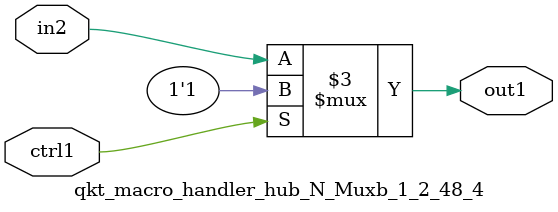
<source format=v>

`timescale 1ps / 1ps


module qkt_macro_handler_hub_N_Muxb_1_2_48_4( in2, ctrl1, out1 );

    input in2;
    input ctrl1;
    output out1;
    reg out1;

    
    // rtl_process:qkt_macro_handler_hub_N_Muxb_1_2_48_4/qkt_macro_handler_hub_N_Muxb_1_2_48_4_thread_1
    always @*
      begin : qkt_macro_handler_hub_N_Muxb_1_2_48_4_thread_1
        case (ctrl1) 
          1'b1: 
            begin
              out1 = 1'b1;
            end
          default: 
            begin
              out1 = in2;
            end
        endcase
      end

endmodule



</source>
